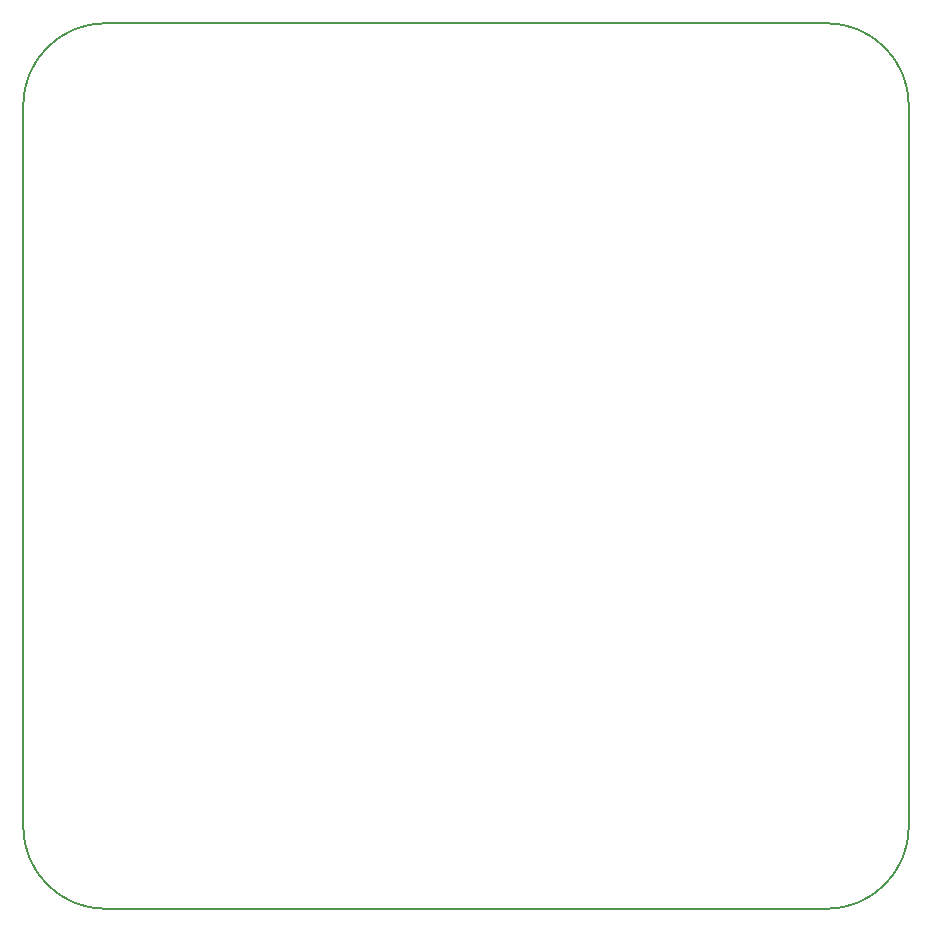
<source format=gbr>
G04 #@! TF.GenerationSoftware,KiCad,Pcbnew,5.1.12-84ad8e8a86~92~ubuntu18.04.1*
G04 #@! TF.CreationDate,2021-11-16T12:15:28+01:00*
G04 #@! TF.ProjectId,HB-UNI-SEN-BATT_ATMega1284P_E07-868MS10_FRAM_FUEL4EP,48422d55-4e49-42d5-9345-4e2d42415454,rev?*
G04 #@! TF.SameCoordinates,Original*
G04 #@! TF.FileFunction,Profile,NP*
%FSLAX46Y46*%
G04 Gerber Fmt 4.6, Leading zero omitted, Abs format (unit mm)*
G04 Created by KiCad (PCBNEW 5.1.12-84ad8e8a86~92~ubuntu18.04.1) date 2021-11-16 12:15:28*
%MOMM*%
%LPD*%
G01*
G04 APERTURE LIST*
G04 #@! TA.AperFunction,Profile*
%ADD10C,0.150000*%
G04 #@! TD*
G04 APERTURE END LIST*
D10*
X124250000Y-78000000D02*
X142500000Y-78000000D01*
X124000000Y-78000000D02*
X124250000Y-78000000D01*
X108000000Y-78000000D02*
X124000000Y-78000000D01*
X142500000Y-78000000D02*
X169000000Y-78000000D01*
X108000000Y-153000000D02*
X169000000Y-153000000D01*
X101000000Y-85000000D02*
X101000000Y-146000000D01*
X176000000Y-146000000D02*
X176000000Y-85000000D01*
X176000000Y-85000000D02*
G75*
G03*
X169000000Y-78000000I-7000000J0D01*
G01*
X101000000Y-146000000D02*
G75*
G03*
X108000000Y-153000000I7000000J0D01*
G01*
X169000000Y-153000000D02*
G75*
G03*
X176000000Y-146000000I0J7000000D01*
G01*
X108000000Y-78000000D02*
G75*
G03*
X101000000Y-85000000I0J-7000000D01*
G01*
M02*

</source>
